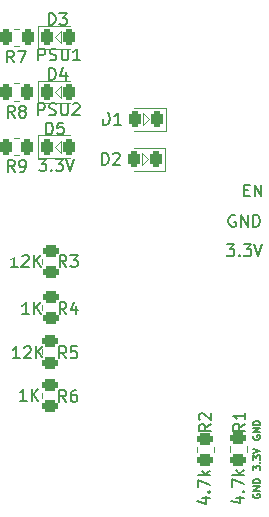
<source format=gto>
G04 #@! TF.GenerationSoftware,KiCad,Pcbnew,(6.0.11)*
G04 #@! TF.CreationDate,2023-03-19T09:24:41+01:00*
G04 #@! TF.ProjectId,powerbar_pcb,706f7765-7262-4617-925f-7063622e6b69,rev?*
G04 #@! TF.SameCoordinates,Original*
G04 #@! TF.FileFunction,Legend,Top*
G04 #@! TF.FilePolarity,Positive*
%FSLAX46Y46*%
G04 Gerber Fmt 4.6, Leading zero omitted, Abs format (unit mm)*
G04 Created by KiCad (PCBNEW (6.0.11)) date 2023-03-19 09:24:41*
%MOMM*%
%LPD*%
G01*
G04 APERTURE LIST*
G04 Aperture macros list*
%AMRoundRect*
0 Rectangle with rounded corners*
0 $1 Rounding radius*
0 $2 $3 $4 $5 $6 $7 $8 $9 X,Y pos of 4 corners*
0 Add a 4 corners polygon primitive as box body*
4,1,4,$2,$3,$4,$5,$6,$7,$8,$9,$2,$3,0*
0 Add four circle primitives for the rounded corners*
1,1,$1+$1,$2,$3*
1,1,$1+$1,$4,$5*
1,1,$1+$1,$6,$7*
1,1,$1+$1,$8,$9*
0 Add four rect primitives between the rounded corners*
20,1,$1+$1,$2,$3,$4,$5,0*
20,1,$1+$1,$4,$5,$6,$7,0*
20,1,$1+$1,$6,$7,$8,$9,0*
20,1,$1+$1,$8,$9,$2,$3,0*%
G04 Aperture macros list end*
%ADD10C,0.150000*%
%ADD11C,0.120000*%
%ADD12RoundRect,0.250000X-0.450000X0.262500X-0.450000X-0.262500X0.450000X-0.262500X0.450000X0.262500X0*%
%ADD13RoundRect,0.250000X0.450000X-0.262500X0.450000X0.262500X-0.450000X0.262500X-0.450000X-0.262500X0*%
%ADD14RoundRect,0.250000X-0.262500X-0.450000X0.262500X-0.450000X0.262500X0.450000X-0.262500X0.450000X0*%
%ADD15RoundRect,0.243750X0.243750X0.456250X-0.243750X0.456250X-0.243750X-0.456250X0.243750X-0.456250X0*%
%ADD16RoundRect,0.243750X-0.243750X-0.456250X0.243750X-0.456250X0.243750X0.456250X-0.243750X0.456250X0*%
%ADD17R,1.600000X1.600000*%
%ADD18C,1.600000*%
%ADD19R,1.350000X1.350000*%
%ADD20O,1.350000X1.350000*%
%ADD21C,1.524000*%
%ADD22R,1.700000X1.700000*%
%ADD23O,1.700000X1.700000*%
%ADD24C,1.724000*%
%ADD25R,1.724000X1.724000*%
%ADD26R,1.724000X1.524000*%
G04 APERTURE END LIST*
D10*
X123848095Y-72850000D02*
X123752857Y-72802380D01*
X123610000Y-72802380D01*
X123467142Y-72850000D01*
X123371904Y-72945238D01*
X123324285Y-73040476D01*
X123276666Y-73230952D01*
X123276666Y-73373809D01*
X123324285Y-73564285D01*
X123371904Y-73659523D01*
X123467142Y-73754761D01*
X123610000Y-73802380D01*
X123705238Y-73802380D01*
X123848095Y-73754761D01*
X123895714Y-73707142D01*
X123895714Y-73373809D01*
X123705238Y-73373809D01*
X124324285Y-73802380D02*
X124324285Y-72802380D01*
X124895714Y-73802380D01*
X124895714Y-72802380D01*
X125371904Y-73802380D02*
X125371904Y-72802380D01*
X125610000Y-72802380D01*
X125752857Y-72850000D01*
X125848095Y-72945238D01*
X125895714Y-73040476D01*
X125943333Y-73230952D01*
X125943333Y-73373809D01*
X125895714Y-73564285D01*
X125848095Y-73659523D01*
X125752857Y-73754761D01*
X125610000Y-73802380D01*
X125371904Y-73802380D01*
X125380000Y-91507142D02*
X125351428Y-91564285D01*
X125351428Y-91650000D01*
X125380000Y-91735714D01*
X125437142Y-91792857D01*
X125494285Y-91821428D01*
X125608571Y-91850000D01*
X125694285Y-91850000D01*
X125808571Y-91821428D01*
X125865714Y-91792857D01*
X125922857Y-91735714D01*
X125951428Y-91650000D01*
X125951428Y-91592857D01*
X125922857Y-91507142D01*
X125894285Y-91478571D01*
X125694285Y-91478571D01*
X125694285Y-91592857D01*
X125951428Y-91221428D02*
X125351428Y-91221428D01*
X125951428Y-90878571D01*
X125351428Y-90878571D01*
X125951428Y-90592857D02*
X125351428Y-90592857D01*
X125351428Y-90450000D01*
X125380000Y-90364285D01*
X125437142Y-90307142D01*
X125494285Y-90278571D01*
X125608571Y-90250000D01*
X125694285Y-90250000D01*
X125808571Y-90278571D01*
X125865714Y-90307142D01*
X125922857Y-90364285D01*
X125951428Y-90450000D01*
X125951428Y-90592857D01*
X124591904Y-70708571D02*
X124925238Y-70708571D01*
X125068095Y-71232380D02*
X124591904Y-71232380D01*
X124591904Y-70232380D01*
X125068095Y-70232380D01*
X125496666Y-71232380D02*
X125496666Y-70232380D01*
X126068095Y-71232380D01*
X126068095Y-70232380D01*
X125371428Y-94395714D02*
X125371428Y-94024285D01*
X125600000Y-94224285D01*
X125600000Y-94138571D01*
X125628571Y-94081428D01*
X125657142Y-94052857D01*
X125714285Y-94024285D01*
X125857142Y-94024285D01*
X125914285Y-94052857D01*
X125942857Y-94081428D01*
X125971428Y-94138571D01*
X125971428Y-94310000D01*
X125942857Y-94367142D01*
X125914285Y-94395714D01*
X125914285Y-93767142D02*
X125942857Y-93738571D01*
X125971428Y-93767142D01*
X125942857Y-93795714D01*
X125914285Y-93767142D01*
X125971428Y-93767142D01*
X125371428Y-93538571D02*
X125371428Y-93167142D01*
X125600000Y-93367142D01*
X125600000Y-93281428D01*
X125628571Y-93224285D01*
X125657142Y-93195714D01*
X125714285Y-93167142D01*
X125857142Y-93167142D01*
X125914285Y-93195714D01*
X125942857Y-93224285D01*
X125971428Y-93281428D01*
X125971428Y-93452857D01*
X125942857Y-93510000D01*
X125914285Y-93538571D01*
X125371428Y-92995714D02*
X125971428Y-92795714D01*
X125371428Y-92595714D01*
X125380000Y-96427142D02*
X125351428Y-96484285D01*
X125351428Y-96570000D01*
X125380000Y-96655714D01*
X125437142Y-96712857D01*
X125494285Y-96741428D01*
X125608571Y-96770000D01*
X125694285Y-96770000D01*
X125808571Y-96741428D01*
X125865714Y-96712857D01*
X125922857Y-96655714D01*
X125951428Y-96570000D01*
X125951428Y-96512857D01*
X125922857Y-96427142D01*
X125894285Y-96398571D01*
X125694285Y-96398571D01*
X125694285Y-96512857D01*
X125951428Y-96141428D02*
X125351428Y-96141428D01*
X125951428Y-95798571D01*
X125351428Y-95798571D01*
X125951428Y-95512857D02*
X125351428Y-95512857D01*
X125351428Y-95370000D01*
X125380000Y-95284285D01*
X125437142Y-95227142D01*
X125494285Y-95198571D01*
X125608571Y-95170000D01*
X125694285Y-95170000D01*
X125808571Y-95198571D01*
X125865714Y-95227142D01*
X125922857Y-95284285D01*
X125951428Y-95370000D01*
X125951428Y-95512857D01*
X123143809Y-75292380D02*
X123762857Y-75292380D01*
X123429523Y-75673333D01*
X123572380Y-75673333D01*
X123667619Y-75720952D01*
X123715238Y-75768571D01*
X123762857Y-75863809D01*
X123762857Y-76101904D01*
X123715238Y-76197142D01*
X123667619Y-76244761D01*
X123572380Y-76292380D01*
X123286666Y-76292380D01*
X123191428Y-76244761D01*
X123143809Y-76197142D01*
X124191428Y-76197142D02*
X124239047Y-76244761D01*
X124191428Y-76292380D01*
X124143809Y-76244761D01*
X124191428Y-76197142D01*
X124191428Y-76292380D01*
X124572380Y-75292380D02*
X125191428Y-75292380D01*
X124858095Y-75673333D01*
X125000952Y-75673333D01*
X125096190Y-75720952D01*
X125143809Y-75768571D01*
X125191428Y-75863809D01*
X125191428Y-76101904D01*
X125143809Y-76197142D01*
X125096190Y-76244761D01*
X125000952Y-76292380D01*
X124715238Y-76292380D01*
X124620000Y-76244761D01*
X124572380Y-76197142D01*
X125477142Y-75292380D02*
X125810476Y-76292380D01*
X126143809Y-75292380D01*
X109543333Y-77212380D02*
X109210000Y-76736190D01*
X108971904Y-77212380D02*
X108971904Y-76212380D01*
X109352857Y-76212380D01*
X109448095Y-76260000D01*
X109495714Y-76307619D01*
X109543333Y-76402857D01*
X109543333Y-76545714D01*
X109495714Y-76640952D01*
X109448095Y-76688571D01*
X109352857Y-76736190D01*
X108971904Y-76736190D01*
X109876666Y-76212380D02*
X110495714Y-76212380D01*
X110162380Y-76593333D01*
X110305238Y-76593333D01*
X110400476Y-76640952D01*
X110448095Y-76688571D01*
X110495714Y-76783809D01*
X110495714Y-77021904D01*
X110448095Y-77117142D01*
X110400476Y-77164761D01*
X110305238Y-77212380D01*
X110019523Y-77212380D01*
X109924285Y-77164761D01*
X109876666Y-77117142D01*
X105419523Y-77212380D02*
X104848095Y-77212380D01*
X105133809Y-77212380D02*
X105133809Y-76212380D01*
X105038571Y-76355238D01*
X104943333Y-76450476D01*
X104848095Y-76498095D01*
X105800476Y-76307619D02*
X105848095Y-76260000D01*
X105943333Y-76212380D01*
X106181428Y-76212380D01*
X106276666Y-76260000D01*
X106324285Y-76307619D01*
X106371904Y-76402857D01*
X106371904Y-76498095D01*
X106324285Y-76640952D01*
X105752857Y-77212380D01*
X106371904Y-77212380D01*
X106800476Y-77212380D02*
X106800476Y-76212380D01*
X107371904Y-77212380D02*
X106943333Y-76640952D01*
X107371904Y-76212380D02*
X106800476Y-76783809D01*
X121772380Y-90526666D02*
X121296190Y-90860000D01*
X121772380Y-91098095D02*
X120772380Y-91098095D01*
X120772380Y-90717142D01*
X120820000Y-90621904D01*
X120867619Y-90574285D01*
X120962857Y-90526666D01*
X121105714Y-90526666D01*
X121200952Y-90574285D01*
X121248571Y-90621904D01*
X121296190Y-90717142D01*
X121296190Y-91098095D01*
X120867619Y-90145714D02*
X120820000Y-90098095D01*
X120772380Y-90002857D01*
X120772380Y-89764761D01*
X120820000Y-89669523D01*
X120867619Y-89621904D01*
X120962857Y-89574285D01*
X121058095Y-89574285D01*
X121200952Y-89621904D01*
X121772380Y-90193333D01*
X121772380Y-89574285D01*
X121005714Y-96788571D02*
X121672380Y-96788571D01*
X120624761Y-97026666D02*
X121339047Y-97264761D01*
X121339047Y-96645714D01*
X121577142Y-96264761D02*
X121624761Y-96217142D01*
X121672380Y-96264761D01*
X121624761Y-96312380D01*
X121577142Y-96264761D01*
X121672380Y-96264761D01*
X120672380Y-95883809D02*
X120672380Y-95217142D01*
X121672380Y-95645714D01*
X121672380Y-94836190D02*
X120672380Y-94836190D01*
X121291428Y-94740952D02*
X121672380Y-94455238D01*
X121005714Y-94455238D02*
X121386666Y-94836190D01*
X105173333Y-69172380D02*
X104840000Y-68696190D01*
X104601904Y-69172380D02*
X104601904Y-68172380D01*
X104982857Y-68172380D01*
X105078095Y-68220000D01*
X105125714Y-68267619D01*
X105173333Y-68362857D01*
X105173333Y-68505714D01*
X105125714Y-68600952D01*
X105078095Y-68648571D01*
X104982857Y-68696190D01*
X104601904Y-68696190D01*
X105649523Y-69172380D02*
X105840000Y-69172380D01*
X105935238Y-69124761D01*
X105982857Y-69077142D01*
X106078095Y-68934285D01*
X106125714Y-68743809D01*
X106125714Y-68362857D01*
X106078095Y-68267619D01*
X106030476Y-68220000D01*
X105935238Y-68172380D01*
X105744761Y-68172380D01*
X105649523Y-68220000D01*
X105601904Y-68267619D01*
X105554285Y-68362857D01*
X105554285Y-68600952D01*
X105601904Y-68696190D01*
X105649523Y-68743809D01*
X105744761Y-68791428D01*
X105935238Y-68791428D01*
X106030476Y-68743809D01*
X106078095Y-68696190D01*
X106125714Y-68600952D01*
X109533333Y-84942380D02*
X109200000Y-84466190D01*
X108961904Y-84942380D02*
X108961904Y-83942380D01*
X109342857Y-83942380D01*
X109438095Y-83990000D01*
X109485714Y-84037619D01*
X109533333Y-84132857D01*
X109533333Y-84275714D01*
X109485714Y-84370952D01*
X109438095Y-84418571D01*
X109342857Y-84466190D01*
X108961904Y-84466190D01*
X110438095Y-83942380D02*
X109961904Y-83942380D01*
X109914285Y-84418571D01*
X109961904Y-84370952D01*
X110057142Y-84323333D01*
X110295238Y-84323333D01*
X110390476Y-84370952D01*
X110438095Y-84418571D01*
X110485714Y-84513809D01*
X110485714Y-84751904D01*
X110438095Y-84847142D01*
X110390476Y-84894761D01*
X110295238Y-84942380D01*
X110057142Y-84942380D01*
X109961904Y-84894761D01*
X109914285Y-84847142D01*
X105609523Y-84942380D02*
X105038095Y-84942380D01*
X105323809Y-84942380D02*
X105323809Y-83942380D01*
X105228571Y-84085238D01*
X105133333Y-84180476D01*
X105038095Y-84228095D01*
X105990476Y-84037619D02*
X106038095Y-83990000D01*
X106133333Y-83942380D01*
X106371428Y-83942380D01*
X106466666Y-83990000D01*
X106514285Y-84037619D01*
X106561904Y-84132857D01*
X106561904Y-84228095D01*
X106514285Y-84370952D01*
X105942857Y-84942380D01*
X106561904Y-84942380D01*
X106990476Y-84942380D02*
X106990476Y-83942380D01*
X107561904Y-84942380D02*
X107133333Y-84370952D01*
X107561904Y-83942380D02*
X106990476Y-84513809D01*
X109543333Y-81212380D02*
X109210000Y-80736190D01*
X108971904Y-81212380D02*
X108971904Y-80212380D01*
X109352857Y-80212380D01*
X109448095Y-80260000D01*
X109495714Y-80307619D01*
X109543333Y-80402857D01*
X109543333Y-80545714D01*
X109495714Y-80640952D01*
X109448095Y-80688571D01*
X109352857Y-80736190D01*
X108971904Y-80736190D01*
X110400476Y-80545714D02*
X110400476Y-81212380D01*
X110162380Y-80164761D02*
X109924285Y-80879047D01*
X110543333Y-80879047D01*
X106395714Y-81212380D02*
X105824285Y-81212380D01*
X106110000Y-81212380D02*
X106110000Y-80212380D01*
X106014761Y-80355238D01*
X105919523Y-80450476D01*
X105824285Y-80498095D01*
X106824285Y-81212380D02*
X106824285Y-80212380D01*
X107395714Y-81212380D02*
X106967142Y-80640952D01*
X107395714Y-80212380D02*
X106824285Y-80783809D01*
X105123333Y-59892380D02*
X104790000Y-59416190D01*
X104551904Y-59892380D02*
X104551904Y-58892380D01*
X104932857Y-58892380D01*
X105028095Y-58940000D01*
X105075714Y-58987619D01*
X105123333Y-59082857D01*
X105123333Y-59225714D01*
X105075714Y-59320952D01*
X105028095Y-59368571D01*
X104932857Y-59416190D01*
X104551904Y-59416190D01*
X105456666Y-58892380D02*
X106123333Y-58892380D01*
X105694761Y-59892380D01*
X112561904Y-68552380D02*
X112561904Y-67552380D01*
X112800000Y-67552380D01*
X112942857Y-67600000D01*
X113038095Y-67695238D01*
X113085714Y-67790476D01*
X113133333Y-67980952D01*
X113133333Y-68123809D01*
X113085714Y-68314285D01*
X113038095Y-68409523D01*
X112942857Y-68504761D01*
X112800000Y-68552380D01*
X112561904Y-68552380D01*
X113514285Y-67647619D02*
X113561904Y-67600000D01*
X113657142Y-67552380D01*
X113895238Y-67552380D01*
X113990476Y-67600000D01*
X114038095Y-67647619D01*
X114085714Y-67742857D01*
X114085714Y-67838095D01*
X114038095Y-67980952D01*
X113466666Y-68552380D01*
X114085714Y-68552380D01*
X108061904Y-56722380D02*
X108061904Y-55722380D01*
X108300000Y-55722380D01*
X108442857Y-55770000D01*
X108538095Y-55865238D01*
X108585714Y-55960476D01*
X108633333Y-56150952D01*
X108633333Y-56293809D01*
X108585714Y-56484285D01*
X108538095Y-56579523D01*
X108442857Y-56674761D01*
X108300000Y-56722380D01*
X108061904Y-56722380D01*
X108966666Y-55722380D02*
X109585714Y-55722380D01*
X109252380Y-56103333D01*
X109395238Y-56103333D01*
X109490476Y-56150952D01*
X109538095Y-56198571D01*
X109585714Y-56293809D01*
X109585714Y-56531904D01*
X109538095Y-56627142D01*
X109490476Y-56674761D01*
X109395238Y-56722380D01*
X109109523Y-56722380D01*
X109014285Y-56674761D01*
X108966666Y-56627142D01*
X107191904Y-59722380D02*
X107191904Y-58722380D01*
X107572857Y-58722380D01*
X107668095Y-58770000D01*
X107715714Y-58817619D01*
X107763333Y-58912857D01*
X107763333Y-59055714D01*
X107715714Y-59150952D01*
X107668095Y-59198571D01*
X107572857Y-59246190D01*
X107191904Y-59246190D01*
X108144285Y-59674761D02*
X108287142Y-59722380D01*
X108525238Y-59722380D01*
X108620476Y-59674761D01*
X108668095Y-59627142D01*
X108715714Y-59531904D01*
X108715714Y-59436666D01*
X108668095Y-59341428D01*
X108620476Y-59293809D01*
X108525238Y-59246190D01*
X108334761Y-59198571D01*
X108239523Y-59150952D01*
X108191904Y-59103333D01*
X108144285Y-59008095D01*
X108144285Y-58912857D01*
X108191904Y-58817619D01*
X108239523Y-58770000D01*
X108334761Y-58722380D01*
X108572857Y-58722380D01*
X108715714Y-58770000D01*
X109144285Y-58722380D02*
X109144285Y-59531904D01*
X109191904Y-59627142D01*
X109239523Y-59674761D01*
X109334761Y-59722380D01*
X109525238Y-59722380D01*
X109620476Y-59674761D01*
X109668095Y-59627142D01*
X109715714Y-59531904D01*
X109715714Y-58722380D01*
X110715714Y-59722380D02*
X110144285Y-59722380D01*
X110430000Y-59722380D02*
X110430000Y-58722380D01*
X110334761Y-58865238D01*
X110239523Y-58960476D01*
X110144285Y-59008095D01*
X112661904Y-65152380D02*
X112661904Y-64152380D01*
X112900000Y-64152380D01*
X113042857Y-64200000D01*
X113138095Y-64295238D01*
X113185714Y-64390476D01*
X113233333Y-64580952D01*
X113233333Y-64723809D01*
X113185714Y-64914285D01*
X113138095Y-65009523D01*
X113042857Y-65104761D01*
X112900000Y-65152380D01*
X112661904Y-65152380D01*
X114185714Y-65152380D02*
X113614285Y-65152380D01*
X113900000Y-65152380D02*
X113900000Y-64152380D01*
X113804761Y-64295238D01*
X113709523Y-64390476D01*
X113614285Y-64438095D01*
X124672380Y-90496666D02*
X124196190Y-90830000D01*
X124672380Y-91068095D02*
X123672380Y-91068095D01*
X123672380Y-90687142D01*
X123720000Y-90591904D01*
X123767619Y-90544285D01*
X123862857Y-90496666D01*
X124005714Y-90496666D01*
X124100952Y-90544285D01*
X124148571Y-90591904D01*
X124196190Y-90687142D01*
X124196190Y-91068095D01*
X124672380Y-89544285D02*
X124672380Y-90115714D01*
X124672380Y-89830000D02*
X123672380Y-89830000D01*
X123815238Y-89925238D01*
X123910476Y-90020476D01*
X123958095Y-90115714D01*
X123905714Y-96758571D02*
X124572380Y-96758571D01*
X123524761Y-96996666D02*
X124239047Y-97234761D01*
X124239047Y-96615714D01*
X124477142Y-96234761D02*
X124524761Y-96187142D01*
X124572380Y-96234761D01*
X124524761Y-96282380D01*
X124477142Y-96234761D01*
X124572380Y-96234761D01*
X123572380Y-95853809D02*
X123572380Y-95187142D01*
X124572380Y-95615714D01*
X124572380Y-94806190D02*
X123572380Y-94806190D01*
X124191428Y-94710952D02*
X124572380Y-94425238D01*
X123905714Y-94425238D02*
X124286666Y-94806190D01*
X109533333Y-88642380D02*
X109200000Y-88166190D01*
X108961904Y-88642380D02*
X108961904Y-87642380D01*
X109342857Y-87642380D01*
X109438095Y-87690000D01*
X109485714Y-87737619D01*
X109533333Y-87832857D01*
X109533333Y-87975714D01*
X109485714Y-88070952D01*
X109438095Y-88118571D01*
X109342857Y-88166190D01*
X108961904Y-88166190D01*
X110390476Y-87642380D02*
X110200000Y-87642380D01*
X110104761Y-87690000D01*
X110057142Y-87737619D01*
X109961904Y-87880476D01*
X109914285Y-88070952D01*
X109914285Y-88451904D01*
X109961904Y-88547142D01*
X110009523Y-88594761D01*
X110104761Y-88642380D01*
X110295238Y-88642380D01*
X110390476Y-88594761D01*
X110438095Y-88547142D01*
X110485714Y-88451904D01*
X110485714Y-88213809D01*
X110438095Y-88118571D01*
X110390476Y-88070952D01*
X110295238Y-88023333D01*
X110104761Y-88023333D01*
X110009523Y-88070952D01*
X109961904Y-88118571D01*
X109914285Y-88213809D01*
X106185714Y-88542380D02*
X105614285Y-88542380D01*
X105900000Y-88542380D02*
X105900000Y-87542380D01*
X105804761Y-87685238D01*
X105709523Y-87780476D01*
X105614285Y-87828095D01*
X106614285Y-88542380D02*
X106614285Y-87542380D01*
X107185714Y-88542380D02*
X106757142Y-87970952D01*
X107185714Y-87542380D02*
X106614285Y-88113809D01*
X108101904Y-61362380D02*
X108101904Y-60362380D01*
X108340000Y-60362380D01*
X108482857Y-60410000D01*
X108578095Y-60505238D01*
X108625714Y-60600476D01*
X108673333Y-60790952D01*
X108673333Y-60933809D01*
X108625714Y-61124285D01*
X108578095Y-61219523D01*
X108482857Y-61314761D01*
X108340000Y-61362380D01*
X108101904Y-61362380D01*
X109530476Y-60695714D02*
X109530476Y-61362380D01*
X109292380Y-60314761D02*
X109054285Y-61029047D01*
X109673333Y-61029047D01*
X107151904Y-64362380D02*
X107151904Y-63362380D01*
X107532857Y-63362380D01*
X107628095Y-63410000D01*
X107675714Y-63457619D01*
X107723333Y-63552857D01*
X107723333Y-63695714D01*
X107675714Y-63790952D01*
X107628095Y-63838571D01*
X107532857Y-63886190D01*
X107151904Y-63886190D01*
X108104285Y-64314761D02*
X108247142Y-64362380D01*
X108485238Y-64362380D01*
X108580476Y-64314761D01*
X108628095Y-64267142D01*
X108675714Y-64171904D01*
X108675714Y-64076666D01*
X108628095Y-63981428D01*
X108580476Y-63933809D01*
X108485238Y-63886190D01*
X108294761Y-63838571D01*
X108199523Y-63790952D01*
X108151904Y-63743333D01*
X108104285Y-63648095D01*
X108104285Y-63552857D01*
X108151904Y-63457619D01*
X108199523Y-63410000D01*
X108294761Y-63362380D01*
X108532857Y-63362380D01*
X108675714Y-63410000D01*
X109104285Y-63362380D02*
X109104285Y-64171904D01*
X109151904Y-64267142D01*
X109199523Y-64314761D01*
X109294761Y-64362380D01*
X109485238Y-64362380D01*
X109580476Y-64314761D01*
X109628095Y-64267142D01*
X109675714Y-64171904D01*
X109675714Y-63362380D01*
X110104285Y-63457619D02*
X110151904Y-63410000D01*
X110247142Y-63362380D01*
X110485238Y-63362380D01*
X110580476Y-63410000D01*
X110628095Y-63457619D01*
X110675714Y-63552857D01*
X110675714Y-63648095D01*
X110628095Y-63790952D01*
X110056666Y-64362380D01*
X110675714Y-64362380D01*
X105173333Y-64562380D02*
X104840000Y-64086190D01*
X104601904Y-64562380D02*
X104601904Y-63562380D01*
X104982857Y-63562380D01*
X105078095Y-63610000D01*
X105125714Y-63657619D01*
X105173333Y-63752857D01*
X105173333Y-63895714D01*
X105125714Y-63990952D01*
X105078095Y-64038571D01*
X104982857Y-64086190D01*
X104601904Y-64086190D01*
X105744761Y-63990952D02*
X105649523Y-63943333D01*
X105601904Y-63895714D01*
X105554285Y-63800476D01*
X105554285Y-63752857D01*
X105601904Y-63657619D01*
X105649523Y-63610000D01*
X105744761Y-63562380D01*
X105935238Y-63562380D01*
X106030476Y-63610000D01*
X106078095Y-63657619D01*
X106125714Y-63752857D01*
X106125714Y-63800476D01*
X106078095Y-63895714D01*
X106030476Y-63943333D01*
X105935238Y-63990952D01*
X105744761Y-63990952D01*
X105649523Y-64038571D01*
X105601904Y-64086190D01*
X105554285Y-64181428D01*
X105554285Y-64371904D01*
X105601904Y-64467142D01*
X105649523Y-64514761D01*
X105744761Y-64562380D01*
X105935238Y-64562380D01*
X106030476Y-64514761D01*
X106078095Y-64467142D01*
X106125714Y-64371904D01*
X106125714Y-64181428D01*
X106078095Y-64086190D01*
X106030476Y-64038571D01*
X105935238Y-63990952D01*
X107831904Y-65992380D02*
X107831904Y-64992380D01*
X108070000Y-64992380D01*
X108212857Y-65040000D01*
X108308095Y-65135238D01*
X108355714Y-65230476D01*
X108403333Y-65420952D01*
X108403333Y-65563809D01*
X108355714Y-65754285D01*
X108308095Y-65849523D01*
X108212857Y-65944761D01*
X108070000Y-65992380D01*
X107831904Y-65992380D01*
X109308095Y-64992380D02*
X108831904Y-64992380D01*
X108784285Y-65468571D01*
X108831904Y-65420952D01*
X108927142Y-65373333D01*
X109165238Y-65373333D01*
X109260476Y-65420952D01*
X109308095Y-65468571D01*
X109355714Y-65563809D01*
X109355714Y-65801904D01*
X109308095Y-65897142D01*
X109260476Y-65944761D01*
X109165238Y-65992380D01*
X108927142Y-65992380D01*
X108831904Y-65944761D01*
X108784285Y-65897142D01*
X107223809Y-68072380D02*
X107842857Y-68072380D01*
X107509523Y-68453333D01*
X107652380Y-68453333D01*
X107747619Y-68500952D01*
X107795238Y-68548571D01*
X107842857Y-68643809D01*
X107842857Y-68881904D01*
X107795238Y-68977142D01*
X107747619Y-69024761D01*
X107652380Y-69072380D01*
X107366666Y-69072380D01*
X107271428Y-69024761D01*
X107223809Y-68977142D01*
X108271428Y-68977142D02*
X108319047Y-69024761D01*
X108271428Y-69072380D01*
X108223809Y-69024761D01*
X108271428Y-68977142D01*
X108271428Y-69072380D01*
X108652380Y-68072380D02*
X109271428Y-68072380D01*
X108938095Y-68453333D01*
X109080952Y-68453333D01*
X109176190Y-68500952D01*
X109223809Y-68548571D01*
X109271428Y-68643809D01*
X109271428Y-68881904D01*
X109223809Y-68977142D01*
X109176190Y-69024761D01*
X109080952Y-69072380D01*
X108795238Y-69072380D01*
X108700000Y-69024761D01*
X108652380Y-68977142D01*
X109557142Y-68072380D02*
X109890476Y-69072380D01*
X110223809Y-68072380D01*
D11*
X107475000Y-76532936D02*
X107475000Y-76987064D01*
X108945000Y-76532936D02*
X108945000Y-76987064D01*
X120585000Y-92887064D02*
X120585000Y-92432936D01*
X122055000Y-92887064D02*
X122055000Y-92432936D01*
X105102936Y-66305000D02*
X105557064Y-66305000D01*
X105102936Y-67775000D02*
X105557064Y-67775000D01*
X107465000Y-84162936D02*
X107465000Y-84617064D01*
X108935000Y-84162936D02*
X108935000Y-84617064D01*
X108945000Y-80420436D02*
X108945000Y-80874564D01*
X107475000Y-80420436D02*
X107475000Y-80874564D01*
X105122936Y-57035000D02*
X105577064Y-57035000D01*
X105122936Y-58505000D02*
X105577064Y-58505000D01*
X117922500Y-67140000D02*
X115237500Y-67140000D01*
X117922500Y-69060000D02*
X117922500Y-67140000D01*
X115237500Y-69060000D02*
X117922500Y-69060000D01*
X115987500Y-67600000D02*
X115987500Y-68600000D01*
X115987500Y-68600000D02*
X116487500Y-68100000D01*
X116487500Y-68100000D02*
X115987500Y-67600000D01*
X108590000Y-57770000D02*
X109090000Y-57270000D01*
X109840000Y-56810000D02*
X107155000Y-56810000D01*
X107155000Y-56810000D02*
X107155000Y-58730000D01*
X109090000Y-58270000D02*
X108590000Y-57770000D01*
X109090000Y-57270000D02*
X109090000Y-58270000D01*
X107155000Y-58730000D02*
X109840000Y-58730000D01*
X116550000Y-64700000D02*
X116050000Y-64200000D01*
X116050000Y-64200000D02*
X116050000Y-65200000D01*
X117985000Y-63740000D02*
X115300000Y-63740000D01*
X115300000Y-65660000D02*
X117985000Y-65660000D01*
X117985000Y-65660000D02*
X117985000Y-63740000D01*
X116050000Y-65200000D02*
X116550000Y-64700000D01*
X124855000Y-92857064D02*
X124855000Y-92402936D01*
X123385000Y-92857064D02*
X123385000Y-92402936D01*
X107465000Y-87862936D02*
X107465000Y-88317064D01*
X108935000Y-87862936D02*
X108935000Y-88317064D01*
X108590000Y-62410000D02*
X109090000Y-61910000D01*
X107155000Y-63370000D02*
X109840000Y-63370000D01*
X109090000Y-61910000D02*
X109090000Y-62910000D01*
X109090000Y-62910000D02*
X108590000Y-62410000D01*
X107155000Y-61450000D02*
X107155000Y-63370000D01*
X109840000Y-61450000D02*
X107155000Y-61450000D01*
X105102936Y-61675000D02*
X105557064Y-61675000D01*
X105102936Y-63145000D02*
X105557064Y-63145000D01*
X109070000Y-67540000D02*
X108570000Y-67040000D01*
X109820000Y-66080000D02*
X107135000Y-66080000D01*
X107135000Y-68000000D02*
X109820000Y-68000000D01*
X108570000Y-67040000D02*
X109070000Y-66540000D01*
X109070000Y-66540000D02*
X109070000Y-67540000D01*
X107135000Y-66080000D02*
X107135000Y-68000000D01*
%LPC*%
D12*
X108210000Y-75847500D03*
X108210000Y-77672500D03*
D13*
X121320000Y-93572500D03*
X121320000Y-91747500D03*
D14*
X104417500Y-67040000D03*
X106242500Y-67040000D03*
D12*
X108200000Y-83477500D03*
X108200000Y-85302500D03*
X108210000Y-79735000D03*
X108210000Y-81560000D03*
D14*
X104437500Y-57770000D03*
X106262500Y-57770000D03*
D15*
X117175000Y-68100000D03*
X115300000Y-68100000D03*
D16*
X107902500Y-57770000D03*
X109777500Y-57770000D03*
D15*
X117237500Y-64700000D03*
X115362500Y-64700000D03*
D13*
X124120000Y-93542500D03*
X124120000Y-91717500D03*
D12*
X108200000Y-87177500D03*
X108200000Y-89002500D03*
D16*
X107902500Y-62410000D03*
X109777500Y-62410000D03*
D14*
X104417500Y-62410000D03*
X106242500Y-62410000D03*
D16*
X107882500Y-67040000D03*
X109757500Y-67040000D03*
D17*
X127410000Y-65960000D03*
D18*
X124910000Y-65960000D03*
D19*
X120200000Y-85200000D03*
D20*
X120200000Y-83200000D03*
X118200000Y-85200000D03*
X118200000Y-83200000D03*
X116200000Y-85200000D03*
X116200000Y-83200000D03*
X114200000Y-85200000D03*
X114200000Y-83200000D03*
X112200000Y-85200000D03*
X112200000Y-83200000D03*
D19*
X120600000Y-60000000D03*
D20*
X120600000Y-58000000D03*
X118600000Y-60000000D03*
X118600000Y-58000000D03*
X116600000Y-60000000D03*
X116600000Y-58000000D03*
X114600000Y-60000000D03*
X114600000Y-58000000D03*
X112600000Y-60000000D03*
X112600000Y-58000000D03*
D21*
X120200000Y-64130000D03*
X112200000Y-64130000D03*
X120200000Y-78130000D03*
X112200000Y-78130000D03*
D22*
X117600000Y-93200000D03*
D23*
X117600000Y-90660000D03*
X115060000Y-93200000D03*
X115060000Y-90660000D03*
X112520000Y-93200000D03*
X112520000Y-90660000D03*
D24*
X127376120Y-70709680D03*
D25*
X127376120Y-73249680D03*
D24*
X127376120Y-75789680D03*
X127376120Y-78329680D03*
X127376120Y-80869680D03*
X127376120Y-83409680D03*
X127376120Y-85949680D03*
X127376120Y-88489680D03*
D25*
X127376120Y-91029680D03*
D24*
X127376120Y-93569680D03*
D25*
X127376120Y-96109680D03*
D24*
X104516120Y-70709680D03*
X104516120Y-73249680D03*
X104516120Y-75789680D03*
D26*
X104516120Y-78329680D03*
D24*
X104516120Y-80869680D03*
X104516120Y-83409680D03*
X104516120Y-85949680D03*
X104516120Y-88489680D03*
X104516120Y-91029680D03*
X104516120Y-93569680D03*
X104516120Y-96109680D03*
M02*

</source>
